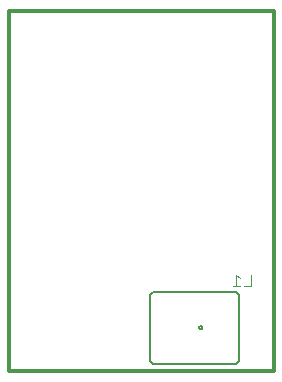
<source format=gbo>
G75*
%MOIN*%
%OFA0B0*%
%FSLAX24Y24*%
%IPPOS*%
%LPD*%
%AMOC8*
5,1,8,0,0,1.08239X$1,22.5*
%
%ADD10C,0.0120*%
%ADD11C,0.0080*%
%ADD12C,0.0030*%
D10*
X000533Y000160D02*
X000533Y012160D01*
X009383Y012160D01*
X009383Y000160D01*
X000533Y000160D01*
D11*
X005236Y000510D02*
X005236Y002710D01*
X005336Y002810D01*
X008130Y002810D01*
X008230Y002710D01*
X008230Y000510D01*
X008130Y000410D01*
X005336Y000410D01*
X005236Y000510D01*
X006883Y001610D02*
X006885Y001623D01*
X006890Y001636D01*
X006899Y001647D01*
X006910Y001654D01*
X006923Y001659D01*
X006936Y001660D01*
X006950Y001657D01*
X006962Y001651D01*
X006972Y001642D01*
X006979Y001630D01*
X006983Y001617D01*
X006983Y001603D01*
X006979Y001590D01*
X006972Y001578D01*
X006962Y001569D01*
X006950Y001563D01*
X006936Y001560D01*
X006923Y001561D01*
X006910Y001566D01*
X006899Y001573D01*
X006890Y001584D01*
X006885Y001597D01*
X006883Y001610D01*
D12*
X008003Y003004D02*
X008250Y003004D01*
X008371Y003004D02*
X008618Y003004D01*
X008618Y003374D01*
X008250Y003251D02*
X008127Y003374D01*
X008127Y003004D01*
M02*

</source>
